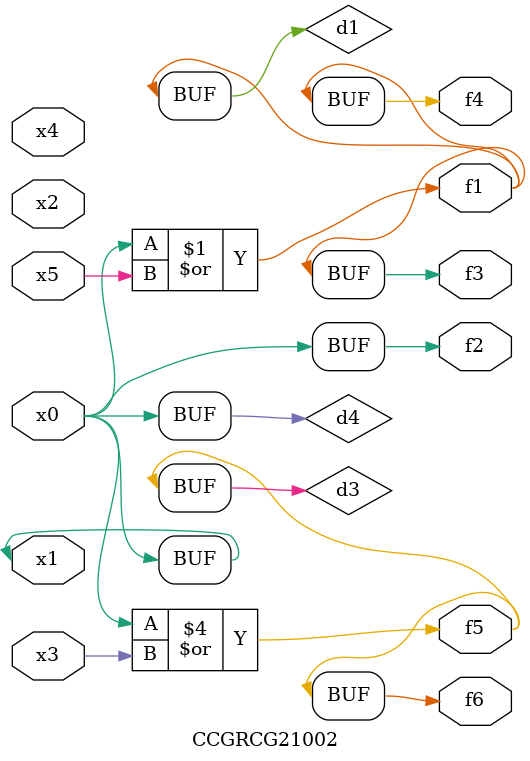
<source format=v>
module CCGRCG21002(
	input x0, x1, x2, x3, x4, x5,
	output f1, f2, f3, f4, f5, f6
);

	wire d1, d2, d3, d4;

	or (d1, x0, x5);
	xnor (d2, x1, x4);
	or (d3, x0, x3);
	buf (d4, x0, x1);
	assign f1 = d1;
	assign f2 = d4;
	assign f3 = d1;
	assign f4 = d1;
	assign f5 = d3;
	assign f6 = d3;
endmodule

</source>
